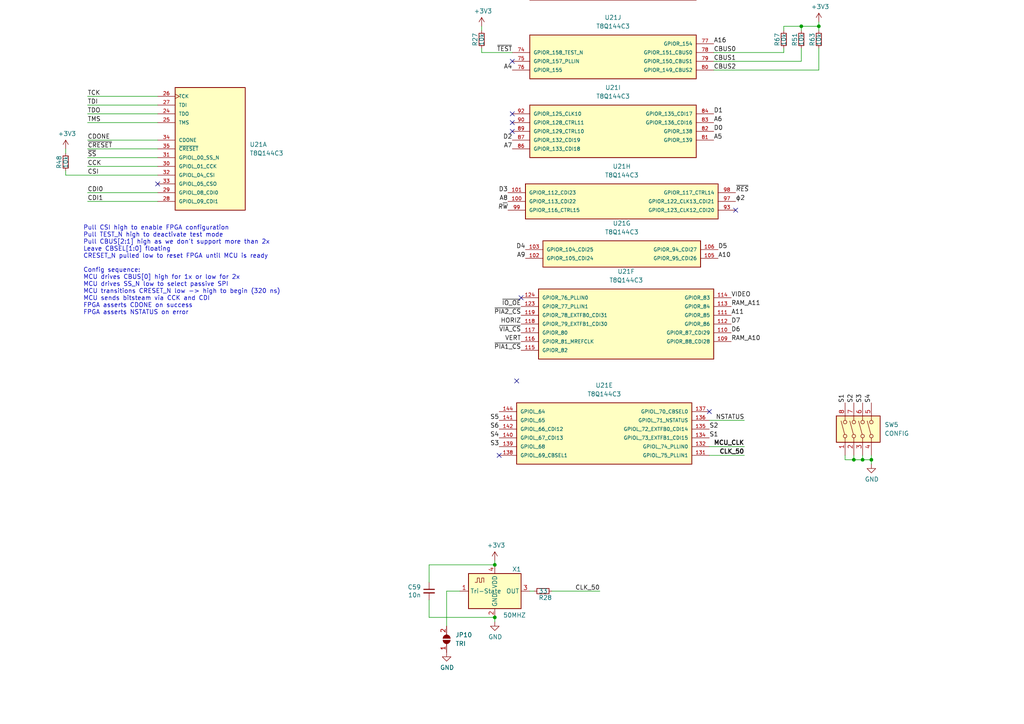
<source format=kicad_sch>
(kicad_sch (version 20211123) (generator eeschema)
  (paper "A4")
  (junction (at 104.14 224.79))
  (junction (at 337.82 49.53))
  (junction (at 116.84 232.41))
  (junction (at 445.77 59.69))
  (junction (at 124.46 266.7))
  (junction (at 38.1 -57.15))
  (junction (at 38.1 -64.77))
  (junction (at 129.54 224.79))
  (junction (at 143.51 179.07))
  (junction (at 439.42 69.85))
  (junction (at 449.58 72.39))
  (junction (at 99.06 266.7))
  (junction (at 137.16 266.7))
  (junction (at 111.76 266.7))
  (junction (at 137.16 259.08))
  (junction (at 448.31 40.64))
  (junction (at 38.1 -52.07))
  (junction (at 99.06 259.08))
  (junction (at 66.04 232.41))
  (junction (at 378.46 111.76))
  (junction (at 78.74 224.79))
  (junction (at 74.93 266.7))
  (junction (at 232.41 7.62))
  (junction (at 450.85 40.64))
  (junction (at 143.51 163.83))
  (junction (at 38.1 -54.61))
  (junction (at 53.34 232.41))
  (junction (at 562.61 102.87))
  (junction (at 104.14 232.41))
  (junction (at 53.34 224.79))
  (junction (at 448.31 57.15))
  (junction (at 443.23 40.64))
  (junction (at 38.1 -72.39))
  (junction (at 36.83 266.7))
  (junction (at 49.53 259.08))
  (junction (at 86.36 266.7))
  (junction (at 38.1 -59.69))
  (junction (at 374.65 30.48))
  (junction (at 124.46 259.08))
  (junction (at 36.83 -82.55))
  (junction (at 416.56 111.76))
  (junction (at 86.36 259.08))
  (junction (at 36.83 -80.01))
  (junction (at 445.77 40.64))
  (junction (at 91.44 224.79))
  (junction (at 78.74 232.41))
  (junction (at 237.49 7.62))
  (junction (at 129.54 232.41))
  (junction (at 111.76 259.08))
  (junction (at 250.19 133.35))
  (junction (at 74.93 259.08))
  (junction (at 62.23 259.08))
  (junction (at 91.44 232.41))
  (junction (at 252.73 133.35))
  (junction (at 247.65 133.35))
  (junction (at 62.23 266.7))
  (junction (at 71.12 -39.37))
  (junction (at 412.75 30.48))
  (junction (at 36.83 259.08))
  (junction (at 68.58 259.08))
  (junction (at 49.53 266.7))
  (junction (at 450.85 54.61))
  (junction (at 443.23 62.23))
  (junction (at 38.1 -46.99))
  (junction (at 116.84 224.79))
  (junction (at 38.1 -67.31))
  (junction (at 68.58 266.7))
  (junction (at 27.94 -72.39))
  (junction (at 26.67 259.08))
  (junction (at 38.1 -69.85))
  (junction (at 66.04 224.79))
  (junction (at 26.67 266.7))
  (no_connect (at 148.59 33.02))
  (no_connect (at 148.59 35.56))
  (no_connect (at 209.55 -69.85))
  (no_connect (at 144.78 132.08))
  (no_connect (at 148.59 -62.23))
  (no_connect (at 148.59 -67.31))
  (no_connect (at 148.59 -69.85))
  (no_connect (at 148.59 -64.77))
  (no_connect (at 148.59 38.1))
  (no_connect (at 213.36 60.96))
  (no_connect (at 469.9 64.77))
  (no_connect (at 469.9 72.39))
  (no_connect (at 469.9 74.93))
  (no_connect (at 469.9 77.47))
  (no_connect (at 149.86 110.49))
  (no_connect (at 148.59 17.78))
  (no_connect (at 153.67 -95.25))
  (no_connect (at 153.67 -97.79))
  (no_connect (at 204.47 -97.79))
  (no_connect (at 151.13 86.36))
  (no_connect (at 457.2 67.31))
  (no_connect (at 457.2 87.63))
  (no_connect (at 457.2 85.09))
  (no_connect (at 205.74 119.38))
  (no_connect (at 539.75 121.92))
  (no_connect (at 45.72 53.34))
  (no_connect (at 469.9 57.15))
  (no_connect (at 469.9 59.69))
  (no_connect (at 469.9 62.23))
  (bus_entry (at 369.57 80.01) (size -2.54 -2.54))
  (bus_entry (at 369.57 82.55) (size -2.54 -2.54))
  (bus_entry (at 369.57 87.63) (size -2.54 -2.54))
  (bus_entry (at 369.57 57.15) (size -2.54 2.54))
  (bus_entry (at 369.57 54.61) (size -2.54 2.54))
  (bus_entry (at 337.82 69.85) (size 2.54 2.54))
  (bus_entry (at 369.57 64.77) (size -2.54 2.54))
  (bus_entry (at 369.57 62.23) (size -2.54 2.54))
  (bus_entry (at 369.57 59.69) (size -2.54 2.54))
  (bus_entry (at 337.82 77.47) (size 2.54 2.54))
  (bus_entry (at 337.82 74.93) (size 2.54 2.54))
  (bus_entry (at 337.82 72.39) (size 2.54 2.54))
  (bus_entry (at 337.82 85.09) (size 2.54 2.54))
  (bus_entry (at 337.82 80.01) (size 2.54 2.54))
  (bus_entry (at 337.82 62.23) (size 2.54 2.54))
  (bus_entry (at 337.82 67.31) (size 2.54 2.54))
  (bus_entry (at 337.82 64.77) (size 2.54 2.54))
  (bus_entry (at 337.82 54.61) (size 2.54 2.54))
  (bus_entry (at 337.82 59.69) (size 2.54 2.54))
  (bus_entry (at 337.82 57.15) (size 2.54 2.54))
  (bus_entry (at 337.82 92.71) (size 2.54 -2.54))
  (bus_entry (at 337.82 87.63) (size 2.54 -2.54))
  (bus_entry (at 369.57 74.93) (size -2.54 -2.54))
  (bus_entry (at 369.57 90.17) (size -2.54 -2.54))
  (bus_entry (at 369.57 85.09) (size -2.54 -2.54))
  (bus_entry (at 369.57 72.39) (size -2.54 -2.54))
  (bus_entry (at 369.57 77.47) (size -2.54 -2.54))
  (wire (pts (xy 562.61 102.87) (xy 562.61 101.6)))
  (wire (pts (xy 340.36 67.31) (xy 349.25 67.31)))
  (wire (pts (xy 361.95 85.09) (xy 367.03 85.09)))
  (wire (pts (xy 414.02 118.11) (xy 416.56 118.11)))
  (wire (pts (xy 124.46 163.83) (xy 143.51 163.83)))
  (bus (pts (xy 337.82 67.31) (xy 337.82 69.85)))
  (bus (pts (xy 337.82 92.71) (xy 337.82 95.25)))
  (wire (pts (xy 78.74 224.79) (xy 91.44 224.79)))
  (wire (pts (xy 207.01 20.32) (xy 237.49 20.32)))
  (wire (pts (xy 38.1 -67.31) (xy 38.1 -64.77)))
  (wire (pts (xy 139.7 15.24) (xy 148.59 15.24)))
  (wire (pts (xy 38.1 -69.85) (xy 38.1 -67.31)))
  (wire (pts (xy 16.51 259.08) (xy 26.67 259.08)))
  (wire (pts (xy 562.61 102.87) (xy 562.61 104.14)))
  (wire (pts (xy 539.75 119.38) (xy 553.72 119.38)))
  (wire (pts (xy 77.47 -39.37) (xy 80.01 -39.37)))
  (bus (pts (xy 337.82 49.53) (xy 337.82 54.61)))
  (wire (pts (xy 421.64 77.47) (xy 457.2 77.47)))
  (wire (pts (xy 160.02 171.45) (xy 173.99 171.45)))
  (wire (pts (xy 374.65 152.4) (xy 374.65 153.67)))
  (bus (pts (xy 369.57 90.17) (xy 369.57 92.71)))
  (wire (pts (xy 378.46 105.41) (xy 381 105.41)))
  (wire (pts (xy 340.36 80.01) (xy 349.25 80.01)))
  (wire (pts (xy 340.36 57.15) (xy 349.25 57.15)))
  (wire (pts (xy 469.9 80.01) (xy 477.52 80.01)))
  (bus (pts (xy 369.57 82.55) (xy 369.57 85.09)))
  (wire (pts (xy 38.1 -52.07) (xy 38.1 -46.99)))
  (wire (pts (xy 39.37 -59.69) (xy 38.1 -59.69)))
  (wire (pts (xy 491.49 124.46) (xy 527.05 124.46)))
  (bus (pts (xy 337.82 74.93) (xy 337.82 77.47)))
  (wire (pts (xy 86.36 266.7) (xy 86.36 265.43)))
  (wire (pts (xy 133.35 171.45) (xy 129.54 171.45)))
  (wire (pts (xy 207.01 17.78) (xy 232.41 17.78)))
  (bus (pts (xy 337.82 49.53) (xy 335.28 49.53)))
  (wire (pts (xy 137.16 266.7) (xy 124.46 266.7)))
  (wire (pts (xy 358.14 139.7) (xy 355.6 139.7)))
  (wire (pts (xy 340.36 72.39) (xy 349.25 72.39)))
  (wire (pts (xy 26.67 266.7) (xy 26.67 265.43)))
  (wire (pts (xy 124.46 260.35) (xy 124.46 259.08)))
  (wire (pts (xy 129.54 232.41) (xy 129.54 231.14)))
  (wire (pts (xy 491.49 121.92) (xy 527.05 121.92)))
  (wire (pts (xy 340.36 62.23) (xy 349.25 62.23)))
  (wire (pts (xy 421.64 69.85) (xy 439.42 69.85)))
  (wire (pts (xy 374.65 36.83) (xy 374.65 30.48)))
  (wire (pts (xy 477.52 90.17) (xy 469.9 90.17)))
  (wire (pts (xy 252.73 133.35) (xy 252.73 134.62)))
  (wire (pts (xy 227.33 8.89) (xy 227.33 7.62)))
  (wire (pts (xy 26.67 266.7) (xy 16.51 266.7)))
  (wire (pts (xy 71.12 -39.37) (xy 72.39 -39.37)))
  (wire (pts (xy 355.6 138.43) (xy 355.6 139.7)))
  (wire (pts (xy 450.85 40.64) (xy 457.2 40.64)))
  (wire (pts (xy 39.37 -67.31) (xy 38.1 -67.31)))
  (wire (pts (xy 91.44 232.41) (xy 91.44 231.14)))
  (wire (pts (xy 245.11 133.35) (xy 247.65 133.35)))
  (wire (pts (xy 116.84 232.41) (xy 129.54 232.41)))
  (wire (pts (xy 25.4 55.88) (xy 45.72 55.88)))
  (wire (pts (xy 425.45 59.69) (xy 445.77 59.69)))
  (wire (pts (xy 459.74 148.59) (xy 462.28 148.59)))
  (wire (pts (xy 374.65 24.13) (xy 377.19 24.13)))
  (wire (pts (xy 372.11 139.7) (xy 374.65 139.7)))
  (wire (pts (xy 49.53 266.7) (xy 36.83 266.7)))
  (wire (pts (xy 455.93 90.17) (xy 455.93 91.44)))
  (wire (pts (xy 36.83 260.35) (xy 36.83 259.08)))
  (wire (pts (xy 491.49 127) (xy 527.05 127)))
  (wire (pts (xy 448.31 52.07) (xy 448.31 57.15)))
  (wire (pts (xy 38.1 -57.15) (xy 38.1 -54.61)))
  (wire (pts (xy 250.19 133.35) (xy 252.73 133.35)))
  (wire (pts (xy 443.23 62.23) (xy 457.2 62.23)))
  (wire (pts (xy 340.36 90.17) (xy 349.25 90.17)))
  (wire (pts (xy 374.65 30.48) (xy 374.65 24.13)))
  (wire (pts (xy 443.23 40.64) (xy 445.77 40.64)))
  (wire (pts (xy 562.61 109.22) (xy 562.61 110.49)))
  (wire (pts (xy 139.7 15.24) (xy 139.7 13.97)))
  (wire (pts (xy 80.01 -39.37) (xy 80.01 -38.1)))
  (wire (pts (xy 412.75 36.83) (xy 410.21 36.83)))
  (wire (pts (xy 86.36 260.35) (xy 86.36 259.08)))
  (wire (pts (xy 36.83 -77.47) (xy 39.37 -77.47)))
  (wire (pts (xy 340.36 74.93) (xy 349.25 74.93)))
  (wire (pts (xy 425.45 57.15) (xy 448.31 57.15)))
  (wire (pts (xy 38.1 -54.61) (xy 38.1 -52.07)))
  (wire (pts (xy 471.17 53.34) (xy 471.17 54.61)))
  (wire (pts (xy 129.54 232.41) (xy 142.24 232.41)))
  (wire (pts (xy 116.84 232.41) (xy 116.84 231.14)))
  (wire (pts (xy 36.83 266.7) (xy 26.67 266.7)))
  (bus (pts (xy 337.82 59.69) (xy 337.82 62.23)))
  (wire (pts (xy 74.93 266.7) (xy 86.36 266.7)))
  (wire (pts (xy 340.36 64.77) (xy 349.25 64.77)))
  (wire (pts (xy 49.53 259.08) (xy 62.23 259.08)))
  (wire (pts (xy 439.42 40.64) (xy 443.23 40.64)))
  (wire (pts (xy 477.52 82.55) (xy 469.9 82.55)))
  (wire (pts (xy 377.19 36.83) (xy 374.65 36.83)))
  (wire (pts (xy 74.93 259.08) (xy 86.36 259.08)))
  (wire (pts (xy 137.16 259.08) (xy 137.16 260.35)))
  (wire (pts (xy 49.53 265.43) (xy 49.53 266.7)))
  (wire (pts (xy 247.65 132.08) (xy 247.65 133.35)))
  (wire (pts (xy 25.4 58.42) (xy 45.72 58.42)))
  (wire (pts (xy 450.85 40.64) (xy 450.85 41.91)))
  (wire (pts (xy 412.75 24.13) (xy 412.75 30.48)))
  (wire (pts (xy 561.34 137.16) (xy 539.75 137.16)))
  (wire (pts (xy 40.64 232.41) (xy 53.34 232.41)))
  (wire (pts (xy 62.23 266.7) (xy 49.53 266.7)))
  (wire (pts (xy 374.65 139.7) (xy 374.65 142.24)))
  (wire (pts (xy 471.17 54.61) (xy 469.9 54.61)))
  (bus (pts (xy 337.82 69.85) (xy 337.82 72.39)))
  (bus (pts (xy 369.57 59.69) (xy 369.57 57.15)))
  (wire (pts (xy 340.36 69.85) (xy 349.25 69.85)))
  (wire (pts (xy 378.46 111.76) (xy 378.46 118.11)))
  (wire (pts (xy 111.76 266.7) (xy 99.06 266.7)))
  (wire (pts (xy 439.42 49.53) (xy 439.42 69.85)))
  (wire (pts (xy 232.41 7.62) (xy 237.49 7.62)))
  (wire (pts (xy 62.23 265.43) (xy 62.23 266.7)))
  (wire (pts (xy 477.52 85.09) (xy 469.9 85.09)))
  (wire (pts (xy 410.21 24.13) (xy 412.75 24.13)))
  (wire (pts (xy 22.86 -72.39) (xy 27.94 -72.39)))
  (wire (pts (xy 25.4 30.48) (xy 45.72 30.48)))
  (wire (pts (xy 129.54 224.79) (xy 142.24 224.79)))
  (wire (pts (xy 491.49 137.16) (xy 527.05 137.16)))
  (wire (pts (xy 91.44 232.41) (xy 91.44 233.68)))
  (wire (pts (xy 245.11 132.08) (xy 245.11 133.35)))
  (wire (pts (xy 139.7 7.62) (xy 139.7 8.89)))
  (wire (pts (xy 361.95 74.93) (xy 367.03 74.93)))
  (wire (pts (xy 129.54 171.45) (xy 129.54 181.61)))
  (wire (pts (xy 124.46 168.91) (xy 124.46 163.83)))
  (wire (pts (xy 124.46 259.08) (xy 137.16 259.08)))
  (wire (pts (xy 443.23 52.07) (xy 443.23 62.23)))
  (wire (pts (xy 74.93 266.7) (xy 68.58 266.7)))
  (wire (pts (xy 111.76 259.08) (xy 124.46 259.08)))
  (wire (pts (xy 124.46 179.07) (xy 124.46 173.99)))
  (wire (pts (xy 25.4 33.02) (xy 45.72 33.02)))
  (wire (pts (xy 561.34 132.08) (xy 539.75 132.08)))
  (wire (pts (xy 137.16 259.08) (xy 149.86 259.08)))
  (wire (pts (xy 91.44 224.79) (xy 91.44 223.52)))
  (wire (pts (xy 13.97 -72.39) (xy 17.78 -72.39)))
  (wire (pts (xy 142.24 232.41) (xy 142.24 231.14)))
  (wire (pts (xy 443.23 41.91) (xy 443.23 40.64)))
  (wire (pts (xy 425.45 62.23) (xy 443.23 62.23)))
  (wire (pts (xy 491.49 119.38) (xy 527.05 119.38)))
  (wire (pts (xy 340.36 85.09) (xy 349.25 85.09)))
  (bus (pts (xy 369.57 74.93) (xy 369.57 77.47)))
  (wire (pts (xy 16.51 266.7) (xy 16.51 265.43)))
  (wire (pts (xy 39.37 -52.07) (xy 38.1 -52.07)))
  (wire (pts (xy 361.95 80.01) (xy 367.03 80.01)))
  (bus (pts (xy 369.57 85.09) (xy 369.57 87.63)))
  (wire (pts (xy 205.74 129.54) (xy 215.9 129.54)))
  (wire (pts (xy 71.12 -39.37) (xy 71.12 -38.1)))
  (wire (pts (xy 38.1 -59.69) (xy 38.1 -57.15)))
  (wire (pts (xy 36.83 -80.01) (xy 39.37 -80.01)))
  (wire (pts (xy 450.85 148.59) (xy 452.12 148.59)))
  (wire (pts (xy 116.84 224.79) (xy 129.54 224.79)))
  (wire (pts (xy 477.52 87.63) (xy 469.9 87.63)))
  (wire (pts (xy 477.52 69.85) (xy 469.9 69.85)))
  (wire (pts (xy 25.4 35.56) (xy 45.72 35.56)))
  (wire (pts (xy 49.53 260.35) (xy 49.53 259.08)))
  (wire (pts (xy 546.1 127) (xy 546.1 139.7)))
  (wire (pts (xy 25.4 40.64) (xy 45.72 40.64)))
  (wire (pts (xy 361.95 87.63) (xy 367.03 87.63)))
  (wire (pts (xy 104.14 232.41) (xy 104.14 231.14)))
  (wire (pts (xy 78.74 232.41) (xy 91.44 232.41)))
  (bus (pts (xy 369.57 54.61) (xy 369.57 49.53)))
  (wire (pts (xy 527.05 129.54) (xy 491.49 129.54)))
  (wire (pts (xy 416.56 111.76) (xy 416.56 118.11)))
  (wire (pts (xy 124.46 265.43) (xy 124.46 266.7)))
  (wire (pts (xy 116.84 226.06) (xy 116.84 224.79)))
  (bus (pts (xy 369.57 87.63) (xy 369.57 90.17)))
  (wire (pts (xy 449.58 88.9) (xy 449.58 90.17)))
  (bus (pts (xy 337.82 64.77) (xy 337.82 67.31)))
  (wire (pts (xy 99.06 259.08) (xy 111.76 259.08)))
  (wire (pts (xy 26.67 259.08) (xy 36.83 259.08)))
  (wire (pts (xy 252.73 133.35) (xy 252.73 132.08)))
  (wire (pts (xy 99.06 260.35) (xy 99.06 259.08)))
  (wire (pts (xy 27.94 -82.55) (xy 36.83 -82.55)))
  (wire (pts (xy 361.95 59.69) (xy 367.03 59.69)))
  (wire (pts (xy 412.75 30.48) (xy 412.75 36.83)))
  (bus (pts (xy 369.57 49.53) (xy 337.82 49.53)))
  (wire (pts (xy 38.1 -46.99) (xy 38.1 -44.45)))
  (wire (pts (xy 36.83 259.08) (xy 49.53 259.08)))
  (wire (pts (xy 39.37 -54.61) (xy 38.1 -54.61)))
  (wire (pts (xy 36.83 -80.01) (xy 36.83 -77.47)))
  (wire (pts (xy 449.58 72.39) (xy 457.2 72.39)))
  (wire (pts (xy 74.93 265.43) (xy 74.93 266.7)))
  (bus (pts (xy 369.57 92.71) (xy 372.11 92.71)))
  (wire (pts (xy 361.95 57.15) (xy 367.03 57.15)))
  (wire (pts (xy 455.93 90.17) (xy 457.2 90.17)))
  (wire (pts (xy 414.02 105.41) (xy 416.56 105.41)))
  (wire (pts (xy 232.41 13.97) (xy 232.41 17.78)))
  (bus (pts (xy 337.82 95.25) (xy 335.28 95.25)))
  (wire (pts (xy 445.77 40.64) (xy 445.77 41.91)))
  (bus (pts (xy 369.57 80.01) (xy 369.57 82.55)))
  (wire (pts (xy 128.27 -43.18) (xy 128.27 -41.91)))
  (wire (pts (xy 237.49 13.97) (xy 237.49 20.32)))
  (wire (pts (xy 66.04 232.41) (xy 66.04 231.14)))
  (wire (pts (xy 25.4 45.72) (xy 45.72 45.72)))
  (wire (pts (xy 416.56 105.41) (xy 416.56 111.76)))
  (wire (pts (xy 553.72 119.38) (xy 553.72 102.87)))
  (wire (pts (xy 449.58 72.39) (xy 449.58 83.82)))
  (wire (pts (xy 448.31 40.64) (xy 448.31 41.91)))
  (wire (pts (xy 137.16 265.43) (xy 137.16 266.7)))
  (bus (pts (xy 337.82 80.01) (xy 337.82 85.09)))
  (wire (pts (xy 153.67 -49.53) (xy 128.27 -49.53)))
  (wire (pts (xy 68.58 259.08) (xy 74.93 259.08)))
  (wire (pts (xy 53.34 232.41) (xy 66.04 232.41)))
  (wire (pts (xy 39.37 -69.85) (xy 38.1 -69.85)))
  (wire (pts (xy 19.05 50.8) (xy 19.05 49.53)))
  (wire (pts (xy 237.49 6.35) (xy 237.49 7.62)))
  (wire (pts (xy 340.36 87.63) (xy 349.25 87.63)))
  (wire (pts (xy 448.31 57.15) (xy 457.2 57.15)))
  (wire (pts (xy 232.41 7.62) (xy 232.41 8.89)))
  (bus (pts (xy 369.57 57.15) (xy 369.57 54.61)))
  (wire (pts (xy 477.52 67.31) (xy 469.9 67.31)))
  (wire (pts (xy 247.65 133.35) (xy 250.19 133.35)))
  (bus (pts (xy 369.57 77.47) (xy 369.57 80.01)))
  (wire (pts (xy 149.86 266.7) (xy 137.16 266.7)))
  (wire (pts (xy 104.14 226.06) (xy 104.14 224.79)))
  (wire (pts (xy 153.67 171.45) (xy 154.94 171.45)))
  (wire (pts (xy 40.64 226.06) (xy 40.64 224.79)))
  (wire (pts (xy 378.46 118.11) (xy 381 118.11)))
  (wire (pts (xy 527.05 134.62) (xy 491.49 134.62)))
  (wire (pts (xy 361.95 77.47) (xy 367.03 77.47)))
  (wire (pts (xy 68.58 257.81) (xy 68.58 259.08)))
  (wire (pts (xy 378.46 111.76) (xy 378.46 105.41)))
  (wire (pts (xy 68.58 266.7) (xy 68.58 267.97)))
  (wire (pts (xy 361.95 64.77) (xy 367.03 64.77)))
  (wire (pts (xy 421.64 74.93) (xy 457.2 74.93)))
  (wire (pts (xy 439.42 44.45) (xy 439.42 40.64)))
  (bus (pts (xy 337.82 77.47) (xy 337.82 80.01)))
  (wire (pts (xy 527.05 132.08) (xy 491.49 132.08)))
  (wire (pts (xy 340.36 77.47) (xy 349.25 77.47)))
  (wire (pts (xy 421.64 82.55) (xy 457.2 82.55)))
  (wire (pts (xy 143.51 162.56) (xy 143.51 163.83)))
  (wire (pts (xy 38.1 -44.45) (xy 39.37 -44.45)))
  (wire (pts (xy 128.27 -49.53) (xy 128.27 -48.26)))
  (wire (pts (xy 25.4 48.26) (xy 45.72 48.26)))
  (bus (pts (xy 337.82 72.39) (xy 337.82 74.93)))
  (wire (pts (xy 450.85 52.07) (xy 450.85 54.61)))
  (wire (pts (xy 66.04 232.41) (xy 78.74 232.41)))
  (wire (pts (xy 149.86 265.43) (xy 149.86 266.7)))
  (wire (pts (xy 91.44 224.79) (xy 104.14 224.79)))
  (wire (pts (xy 421.64 80.01) (xy 457.2 80.01)))
  (bus (pts (xy 369.57 64.77) (xy 369.57 62.23)))
  (wire (pts (xy 205.74 132.08) (xy 215.9 132.08)))
  (wire (pts (xy 111.76 260.35) (xy 111.76 259.08)))
  (wire (pts (xy 91.44 226.06) (xy 91.44 224.79)))
  (wire (pts (xy 91.44 232.41) (xy 104.14 232.41)))
  (wire (pts (xy 448.31 40.64) (xy 450.85 40.64)))
  (wire (pts (xy 39.37 -46.99) (xy 38.1 -46.99)))
  (wire (pts (xy 207.01 15.24) (xy 227.33 15.24)))
  (wire (pts (xy 457.2 39.37) (xy 457.2 40.64)))
  (wire (pts (xy 205.74 121.92) (xy 215.9 121.92)))
  (bus (pts (xy 337.82 62.23) (xy 337.82 64.77)))
  (bus (pts (xy 369.57 72.39) (xy 369.57 74.93)))
  (wire (pts (xy 53.34 226.06) (xy 53.34 224.79)))
  (wire (pts (xy 26.67 260.35) (xy 26.67 259.08)))
  (wire (pts (xy 361.95 72.39) (xy 367.03 72.39)))
  (wire (pts (xy 124.46 179.07) (xy 143.51 179.07)))
  (wire (pts (xy 78.74 226.06) (xy 78.74 224.79)))
  (wire (pts (xy 25.4 43.18) (xy 45.72 43.18)))
  (wire (pts (xy 99.06 266.7) (xy 99.06 265.43)))
  (wire (pts (xy 237.49 7.62) (xy 237.49 8.89)))
  (wire (pts (xy 361.95 82.55) (xy 367.03 82.55)))
  (wire (pts (xy 340.36 82.55) (xy 349.25 82.55)))
  (wire (pts (xy 53.34 232.41) (xy 53.34 231.14)))
  (wire (pts (xy 69.85 -39.37) (xy 71.12 -39.37)))
  (wire (pts (xy 40.64 231.14) (xy 40.64 232.41)))
  (wire (pts (xy 36.83 -82.55) (xy 39.37 -82.55)))
  (wire (pts (xy 124.46 266.7) (xy 111.76 266.7)))
  (wire (pts (xy 227.33 7.62) (xy 232.41 7.62)))
  (wire (pts (xy 68.58 266.7) (xy 62.23 266.7)))
  (wire (pts (xy 39.37 -64.77) (xy 38.1 -64.77)))
  (wire (pts (xy 129.54 226.06) (xy 129.54 224.79)))
  (wire (pts (xy 149.86 259.08) (xy 149.86 260.35)))
  (wire (pts (xy 86.36 259.08) (xy 99.06 259.08)))
  (wire (pts (xy 250.19 132.08) (xy 250.19 133.35)))
  (wire (pts (xy 421.64 72.39) (xy 449.58 72.39)))
  (wire (pts (xy 25.4 27.94) (xy 45.72 27.94)))
  (wire (pts (xy 361.95 69.85) (xy 367.03 69.85)))
  (bus (pts (xy 337.82 87.63) (xy 337.82 92.71)))
  (wire (pts (xy 561.34 129.54) (xy 539.75 129.54)))
  (wire (pts (xy 425.45 54.61) (xy 450.85 54.61)))
  (wire (pts (xy 539.75 127) (xy 546.1 127)))
  (wire (pts (xy 445.77 40.64) (xy 448.31 40.64)))
  (wire (pts (xy 104.14 224.79) (xy 116.84 224.79)))
  (wire (pts (xy 445.77 59.69) (xy 457.2 59.69)))
  (wire (pts (xy 74.93 260.35) (xy 74.93 259.08)))
  (wire (pts (xy 40.64 224.79) (xy 53.34 224.79)))
  (wire (pts (xy 227.33 15.24) (xy 227.33 13.97)))
  (wire (pts (xy 36.83 -82.55) (xy 36.83 -80.01)))
  (wire (pts (xy 66.04 226.06) (xy 66.04 224.79)))
  (wire (pts (xy 19.05 43.18) (xy 19.05 44.45)))
  (wire (pts (xy 353.06 147.32) (xy 360.68 147.32)))
  (wire (pts (xy 439.42 69.85) (xy 457.2 69.85)))
  (wire (pts (xy 367.03 147.32) (xy 365.76 147.32)))
  (wire (pts (xy 361.95 62.23) (xy 367.03 62.23)))
  (bus (pts (xy 369.57 62.23) (xy 369.57 59.69)))
  (wire (pts (xy 421.64 64.77) (xy 457.2 64.77)))
  (bus (pts (xy 337.82 54.61) (xy 337.82 57.15)))
  (wire (pts (xy 53.34 224.79) (xy 66.04 224.79)))
  (wire (pts (xy 38.1 -72.39) (xy 38.1 -69.85)))
  (wire (pts (xy 445.77 148.59) (xy 436.88 148.59)))
  (wire (pts (xy 539.75 124.46) (xy 561.34 124.46)))
  (bus (pts (xy 337.82 57.15) (xy 337.82 59.69)))
  (wire (pts (xy 142.24 226.06) (xy 142.24 224.79)))
  (wire (pts (xy 104.14 232.41) (xy 116.84 232.41)))
  (wire (pts (xy 69.85 -87.63) (xy 71.12 -87.63)))
  (wire (pts (xy 111.76 265.43) (xy 111.76 266.7)))
  (wire (pts (xy 561.34 134.62) (xy 539.75 134.62)))
  (wire (pts (xy 19.05 50.8) (xy 45.72 50.8)))
  (wire (pts (xy 363.22 139.7) (xy 364.49 139.7)))
  (wire (pts (xy 66.04 224.79) (xy 78.74 224.79)))
  (wire (pts (xy 16.51 260.35) (xy 16.51 259.08)))
  (wire (pts (xy 445.77 52.07) (xy 445.77 59.69)))
  (wire (pts (xy 38.1 -72.39) (xy 27.94 -72.39)))
  (wire (pts (xy 38.1 -64.77) (xy 38.1 -59.69)))
  (wire (pts (xy 361.95 67.31) (xy 367.03 67.31)))
  (wire (pts (xy 450.85 54.61) (xy 457.2 54.61)))
  (wire (pts (xy 39.37 -57.15) (xy 38.1 -57.15)))
  (wire (pts (xy 553.72 102.87) (xy 562.61 102.87)))
  (wire (pts (xy 71.12 -87.63) (xy 71.12 -88.9)))
  (wire (pts (xy 143.51 179.07) (xy 143.51 180.34)))
  (wire (pts (xy 78.74 232.41) (xy 78.74 231.14)))
  (wire (pts (xy 340.36 59.69) (xy 349.25 59.69)))
  (wire (pts (xy 86.36 266.7) (xy 99.06 266.7)))
  (wire (pts (xy 62.23 260.35) (xy 62.23 259.08)))
  (wire (pts (xy 39.37 -72.39) (xy 38.1 -72.39)))
  (wire (pts (xy 36.83 265.43) (xy 36.83 266.7)))
  (wire (pts (xy 62.23 259.08) (xy 68.58 259.08)))
  (text "BD0" (at 539.75 134.62 0) (effects (font (size 1.27 1.27)) (justify left bottom)))
  (text "AD1" (at 527.05 121.92 180) (effects (font (size 1.27 1.27)) (justify right bottom)))
  (text "BD2" (at 539.75 129.54 0) (effects (font (size 1.27 1.27)) (justify left bottom)))
  (text "AD3" (at 457.2 74.93 180) (effects (font (size 1.27 1.27)) (justify right bottom)))
  (text "BD1" (at 539.75 137.16 0) (effects (font (size 1.27 1.27)) (justify left bottom)))
  (text "AD0" (at 457.2 82.55 180) (effects (font (size 1.27 1.27)) (justify right bottom)))
  (text "BD0" (at 457.2 62.23 180) (effects (font (size 1.27 1.27)) (justify right bottom)))
  (text "NSTATUS driven low on error" (at 435.61 163.83 0) (effects (font (size 1.27 1.27)) (justify left bottom)))
  (text "~{FPGA_PROG} transitions low during CRESET\n(before ~{SS}) and returns high after ~{SS}\ndeasserts.\n" (at 483.87 55.88 0) (effects (font (size 1.27 1.27)) (justify left bottom)))
  (text "AD7" (at 527.05 137.16 180) (effects (font (size 1.27 1.27)) (justify right bottom)))
  (text "AD3" (at 527.05 127 180) (effects (font (size 1.27 1.27)) (justify right bottom)))
  (text "AD4" (at 527.05 132.08 180) (effects (font (size 1.27 1.27)) (justify right bottom)))
  (text "Pull CSI high to enable FPGA configuration\nPull TEST_N high to deactivate test mode\nPull CBUS[2:1] high as we don't support more than 2x\nLeave CBSEL[1:0] floating\nCRESET_N pulled low to reset FPGA until MCU is ready\n\nConfig sequence:\nMCU drives CBUS[0] high for 1x or low for 2x\nMCU drives SS_N low to select passive SPI\nMCU transitions CRESET_N low -> high to begin (320 ns)\nMCU sends bitsteam via CCK and CDI\nFPGA asserts CDONE on success\nFPGA asserts NSTATUS on error" (at 24.13 91.44 0) (effects (font (size 1.27 1.27)) (justify left bottom)))
  (text "AD4" (at 457.2 72.39 180) (effects (font (size 1.27 1.27)) (justify right bottom)))
  (text "BD3" (at 539.75 132.08 0) (effects (font (size 1.27 1.27)) (justify left bottom)))
  (text "AD5" (at 527.05 129.54 180) (effects (font (size 1.27 1.27)) (justify right bottom)))
  (text "AD6" (at 527.05 134.62 180) (effects (font (size 1.27 1.27)) (justify right bottom)))
  (text "Pull ~{CRESET} low to suspend\nFPGA until MCU drives pin." (at 416.56 91.44 0) (effects (font (size 1.27 1.27)) (justify left bottom)))
  (text "AD2" (at 457.2 77.47 180) (effects (font (size 1.27 1.27)) (justify right bottom)))
  (text "AD0" (at 527.05 124.46 180) (effects (font (size 1.27 1.27)) (justify right bottom)))
  (text "CDONE is an open drain" (at 422.91 36.83 0) (effects (font (size 1.27 1.27)) (justify left bottom)))
  (text "AD5" (at 457.2 69.85 180) (effects (font (size 1.27 1.27)) (justify right bottom)))
  (text "CDONE is an open drain output with 10k pullup.\nDriving LED requires a current amplifier." (at 351.79 167.64 0) (effects (font (size 1.27 1.27)) (justify left bottom)))
  (text "BD1" (at 457.2 59.69 180) (effects (font (size 1.27 1.27)) (justify right bottom)))
  (text "BD2" (at 457.2 57.15 180) (effects (font (size 1.27 1.27)) (justify right bottom)))
  (text "AD1" (at 457.2 80.01 180) (effects (font (size 1.27 1.27)) (justify right bottom)))
  (text "AD7" (at 457.2 64.77 180) (effects (font (size 1.27 1.27)) (justify right bottom)))
  (text "AD2" (at 527.05 119.38 180) (effects (font (size 1.27 1.27)) (justify right bottom)))
  (text "BD3" (at 457.2 54.61 180) (effects (font (size 1.27 1.27)) (justify right bottom)))
  (label "S5" (at 144.78 121.92 180))
  (label "TCK" (at 561.34 134.62 180))
  (label "A11" (at 349.25 87.63 180))
  (label "D5" (at 361.95 82.55 0))
  (label "D2" (at 148.59 40.64 180))
  (label "A2" (at 207.01 -17.78 0))
  (label "BE" (at 148.59 -10.16 180))
  (label "CDI0" (at 491.49 121.92 0))
  (label "AUDIO" (at 204.47 -49.53 0))
  (label "A5" (at 207.01 40.64 0))
  (label "~{SS}" (at 421.64 74.93 0))
  (label "A16" (at 361.95 67.31 0))
  (label "D6" (at 212.09 96.52 0))
  (label "S6" (at 408.94 105.41 90))
  (label "CDONE" (at 353.06 147.32 0))
  (label "CDI1" (at 421.64 77.47 0))
  (label "A10" (at 208.28 74.93 0))
  (label "D5" (at 208.28 72.39 0))
  (label "NSTATUS" (at 215.9 121.92 180))
  (label "~{PIA1_CS}" (at 151.13 101.6 180))
  (label "~{VP}" (at 204.47 -36.83 0))
  (label "A15" (at 148.59 -17.78 180))
  (label "~{PIA2_CS}" (at 151.13 91.44 180))
  (label "TMS" (at 25.4 35.56 0))
  (label "CDI0" (at 421.64 80.01 0))
  (label "A14" (at 207.01 -2.54 0))
  (label "DIAG" (at 204.47 -44.45 0))
  (label "~{RES}" (at 213.36 55.88 0) (effects (font italic)))
  (label "D3" (at 147.32 55.88 180))
  (label "I2C1_SDA" (at 209.55 -67.31 0))
  (label "SYNC" (at 207.01 -10.16 0))
  (label "CBUS2" (at 207.01 20.32 0))
  (label "ϕ2" (at 213.36 58.42 0))
  (label "RAM_A10" (at 212.09 99.06 0))
  (label "~{VIA_CS}" (at 151.13 96.52 180))
  (label "RDY" (at 153.67 -31.75 180))
  (label "A14" (at 361.95 62.23 0))
  (label "CDI0" (at 25.4 55.88 0))
  (label "CBUS1" (at 207.01 17.78 0))
  (label "CDONE" (at 421.64 69.85 0))
  (label "A4" (at 349.25 67.31 180))
  (label "VIDEO" (at 212.09 86.36 0))
  (label "CCK" (at 491.49 124.46 0))
  (label "D0" (at 207.01 38.1 0))
  (label "D4" (at 361.95 80.01 0))
  (label "~{RD_STROBE}" (at 153.67 -36.83 180))
  (label "~{ML}" (at 207.01 -12.7 0))
  (label "S4" (at 406.4 105.41 90))
  (label "A9" (at 349.25 80.01 180))
  (label "A1" (at 207.01 -5.08 0))
  (label "CLK_50" (at 398.78 105.41 90) (effects (font (thickness 0.254) bold)))
  (label "D7" (at 361.95 87.63 0))
  (label "~{CRESET}" (at 25.4 43.18 0))
  (label "MCU_CLK" (at 215.9 129.54 180) (effects (font (thickness 0.254) bold)))
  (label "~{IRQ}" (at 148.59 -12.7 180))
  (label "A7" (at 349.25 74.93 180))
  (label "R~{W}" (at 147.32 60.96 180) (effects (font italic)))
  (label "VIA_CB2" (at 204.47 -41.91 0))
  (label "D7" (at 212.09 93.98 0))
  (label "~{SS}" (at 25.4 45.72 0))
  (label "TDI" (at 425.45 54.61 0))
  (label "A4" (at 148.59 20.32 180))
  (label "S4" (at 252.73 116.84 90))
  (label "TDO" (at 425.45 62.23 0))
  (label "S6" (at 144.78 124.46 180))
  (label "CDI1" (at 25.4 58.42 0))
  (label "D4" (at 152.4 72.39 180))
  (label "A3" (at 148.59 -15.24 180))
  (label "S3" (at 144.78 129.54 180))
  (label "~{SPI_ENA}" (at 491.49 137.16 0))
  (label "CDI1" (at 491.49 119.38 0))
  (label "RAM_A10" (at 349.25 85.09 180))
  (label "TDO" (at 561.34 129.54 180))
  (label "I2C1_SCL" (at 209.55 -64.77 0))
  (label "CDONE" (at 491.49 129.54 0))
  (label "SPI1_SCK" (at 149.86 -83.82 180))
  (label "TDI" (at 25.4 30.48 0))
  (label "A6" (at 349.25 72.39 180))
  (label "X2" (at 204.47 -46.99 0))
  (label "A11" (at 212.09 91.44 0))
  (label "NSTATUS" (at 436.88 148.59 0))
  (label "CLK_50" (at 173.99 171.45 180))
  (label "SPI1_TX" (at 208.28 -81.28 0))
  (label "~{NMI}" (at 148.59 -7.62 180))
  (label "X2" (at 402.59 36.83 270))
  (label "A3" (at 349.25 64.77 180))
  (label "TCK" (at 425.45 57.15 0))
  (label "X3" (at 405.13 36.83 270))
  (label "TMS" (at 425.45 59.69 0))
  (label "S1" (at 205.74 127 0))
  (label "S2" (at 401.32 118.11 270))
  (label "SPI1_RX" (at 208.28 -83.82 0))
  (label "REF_RES" (at 153.67 -49.53 180))
  (label "CDONE" (at 25.4 40.64 0))
  (label "CCK" (at 421.64 82.55 0))
  (label "~{RAM_CE}" (at 204.47 -39.37 0))
  (label "HOLD" (at 491.49 134.62 0))
  (label "A0" (at 349.25 57.15 180))
  (label "TDI" (at 561.34 137.16 180))
  (label "A8" (at 147.32 58.42 180))
  (label "RAM_A11" (at 349.25 90.17 180))
  (label "A2" (at 349.25 62.23 180))
  (label "A5" (at 349.25 69.85 180))
  (label "D3" (at 361.95 77.47 0))
  (label "GRAPHICS" (at 153.67 -39.37 180))
  (label "CBUS0" (at 207.01 15.24 0))
  (label "~{SS}" (at 491.49 127 0))
  (label "A16" (at 207.01 12.7 0))
  (label "CSI" (at 25.4 50.8 0))
  (label "VERT" (at 151.13 99.06 180))
  (label "A12" (at 361.95 57.15 0))
  (label "D0" (at 361.95 69.85 0))
  (label "S5" (at 406.4 118.11 270))
  (label "~{WR_STROBE}" (at 153.67 -34.29 180))
  (label "NSTATUS" (at 561.34 124.46 180))
  (label "D2" (at 361.95 74.93 0))
  (label "A15" (at 361.95 64.77 0))
  (label "A13" (at 361.95 59.69 0))
  (label "CLK_50" (at 215.9 132.08 180) (effects (font (thickness 0.254) bold)))
  (label "NSTATUS" (at 403.86 105.41 90))
  (label "HORIZ" (at 151.13 93.98 180))
  (label "A8" (at 349.25 77.47 180))
  (label "A13" (at 148.59 -2.54 180))
  (label "CCK" (at 25.4 48.26 0))
  (label "X1" (at 400.05 36.83 270))
  (label "A1" (at 349.25 59.69 180))
  (label "D6" (at 361.95 85.09 0))
  (label "D1" (at 207.01 33.02 0))
  (label "A10" (at 349.25 82.55 180))
  (label "TCK" (at 25.4 27.94 0))
  (label "D1" (at 361.95 72.39 0))
  (label "~{IO_OE}" (at 151.13 88.9 180))
  (label "A6" (at 207.01 35.56 0))
  (label "X1" (at 153.67 -41.91 180))
  (label "A9" (at 152.4 74.93 180))
  (label "~{SO}" (at 207.01 -15.24 0))
  (label "RAM_A11" (at 212.09 88.9 0))
  (label "~{TEST}" (at 148.59 15.24 180))
  (label "S4" (at 144.78 127 180))
  (label "TMS" (at 561.34 132.08 180))
  (label "A7" (at 148.59 43.18 180))
  (label "S3" (at 403.86 118.11 270))
  (label "S2" (at 205.74 124.46 0))
  (label "SPI1_~{CS}" (at 149.86 -81.28 180))
  (label "S1" (at 401.32 105.41 90))
  (label "A12" (at 207.01 -7.62 0))
  (label "S1" (at 245.11 116.84 90))
  (label "S2" (at 247.65 116.84 90))
  (label "S3" (at 250.19 116.84 90))
  (label "X3" (at 153.67 -44.45 180))
  (label "A0" (at 148.59 -5.08 180))
  (label "TDO" (at 25.4 33.02 0))
  (hierarchical_label "SPI0_TX" (shape input) (at 421.64 80.01 180))
  (hierarchical_label "~{ML}" (shape input) (at 382.27 24.13 90))
  (hierarchical_label "SPI0_RX" (shape output) (at 491.49 119.38 180))
  (hierarchical_label "A[0..16]" (shape bidirectional) (at 335.28 49.53 180))
  (hierarchical_label "~{CRESET}" (shape input) (at 421.64 72.39 180))
  (hierarchical_label "RAM_A[10..11]" (shape output) (at 335.28 95.25 180))
  (hierarchical_label "SPI0_SCK" (shape input) (at 421.64 82.55 180))
  (hierarchical_label "~{IO_OE}" (shape output) (at 391.16 105.41 90))
  (hierarchical_label "D[0..7]" (shape bidirectional) (at 372.11 92.71 0))
  (hierarchical_label "SPI0_~{CS}" (shape input) (at 491.49 127 180))
  (hierarchical_label "I2C1_SDA" (shape bidirectional) (at 477.52 67.31 0))
  (hierarchical_label "~{FPGA_PROG}" (shape output) (at 421.64 64.77 180))
  (hierarchical_label "VERT" (shape output) (at 386.08 105.41 90))
  (hierarchical_label "~{VP}" (shape input) (at 389.89 36.83 270))
  (hierarchical_label "SPI1_~{READY}" (shape output) (at 477.52 80.01 0))
  (hierarchical_label "~{IRQ}" (shape bidirectional) (at 384.81 36.83 270))
  (hierarchical_label "SPI0_TX" (shape input) (at 491.49 121.92 180))
  (hierarchical_label "~{RD_STROBE}" (shape output) (at 392.43 24.13 90))
  (hierarchical_label "SPI1_SCK" (shape input) (at 477.52 82.55 0))
  (hierarchical_label "~{NMI}" (shape bidirectional) (at 379.73 24.13 90))
  (hierarchical_label "DIAG" (shape input) (at 397.51 36.83 270))
  (hierarchical_label "VIA_CB2" (shape input) (at 394.97 36.83 270))
  (hierarchical_label "~{PIA1_CS}" (shape output) (at 386.08 118.11 270))
  (hierarchical_label "SPI0_RX" (shape output) (at 421.64 77.47 180))
  (hierarchical_label "GRAPHICS" (shape input) (at 394.97 24.13 90))
  (hierarchical_label "SPI1_TX" (shape input) (at 477.52 90.17 0))
  (hierarchical_label "SPI1_RX" (shape output) (at 477.52 87.63 0))
  (hierarchical_label "~{PIA2_CS}" (shape output) (at 391.16 118.11 270))
  (hierarchical_label "~{FPGA_PROG}" (shape output) (at 491.49 137.16 180))
  (hierarchical_label "~{RES}" (shape output) (at 387.35 36.83 270))
  (hierarchical_label "~{CRESET}" (shape input) (at 491.49 132.08 180))
  (hierarchical_label "SPI1_~{CS}" (shape input) (at 477.52 85.09 0))
  (hierarchical_label "ϕ2" (shape output) (at 383.54 118.11 270))
  (hierarchical_label "AUDIO" (shape output) (at 407.67 36.83 270))
  (hierarchical_label "SPI0_~{CS}" (shape input) (at 421.64 74.93 180))
  (hierarchical_label "~{SO}" (shape output) (at 384.81 24.13 90))
  (hierarchical_label "RDY" (shape bidirectional) (at 387.35 24.13 90))
  (hierarchical_label "SPI0_SCK" (shape input) (at 491.49 124.46 180))
  (hierarchical_label "I2C1_SCL" (shape input) (at 477.52 69.85 0))
  (hierarchical_label "~{RAM_CE}" (shape output) (at 392.43 36.83 270))
  (hierarchical_label "~{VIA_CS}" (shape output) (at 388.62 118.11 270))
  (hierarchical_label "~{WR_STROBE}" (shape output) (at 389.89 24.13 90))
  (hierarchical_label "VIDEO" (shape output) (at 383.54 105.41 90))
  (hierarchical_label "SYNC" (shape input) (at 379.73 36.83 270))
  (hierarchical_label "MCU_CLK" (shape input) (at 398.78 118.11 270) (effects (font (thickness 0.254) bold)))
  (hierarchical_label "R~{W}" (shape input) (at 361.95 90.17 0))
  (hierarchical_label "HORIZ" (shape output) (at 388.62 105.41 90))
  (hierarchical_label "BE" (shape output) (at 382.27 36.83 270))
  (symbol (lib_id "Connector_Generic:Conn_02x14_Odd_Even") (at 396.24 113.03 90) (unit 1)
    (property "Reference" "J21" (at 375.92 100.33 90) (effects (justify right)))
    (property "Value" "FPGA-P4" (at 370.84 102.87 90) (effects (justify right)))
    (property "Footprint" "Connector_PinHeader_2.54mm:PinHeader_2x14_P2.54mm_Vertical" (effects hide))
    (property "DIGI-KEY" "SAM1204-14-ND" (effects hide))
    (property "MOUSER" "517-929975-01-14" (effects hide))
    (property "MPN" "929975-01-14" (effects hide))
  )
  (symbol (lib_id "Connector_Generic:Conn_02x14_Odd_Even") (at 394.97 29.21 270) (unit 1)
    (property "Reference" "J23" (at 411.48 19.2786 90) (effects (justify left)))
    (property "Value" "FPGA_P2" (at 411.48 21.59 90) (effects (justify left)))
    (property "Footprint" "Connector_PinHeader_2.54mm:PinHeader_2x14_P2.54mm_Vertical" (effects hide))
    (property "DIGI-KEY" "SAM1204-14-ND" (effects hide))
    (property "MOUSER" "517-929975-01-14" (effects hide))
    (property "MPN" "929975-01-14" (effects hide))
  )
  (symbol (lib_id "Connector_Generic:Conn_02x14_Odd_Even") (at 354.33 72.39 0) (unit 1)
    (property "Reference" "J24" (at 355.6 51.6382 0))
    (property "Value" "FPGA_P3" (at 355.6 53.9496 0))
    (property "Footprint" "Connector_PinHeader_2.54mm:PinHeader_2x14_P2.54mm_Vertical" (effects hide))
    (property "DIGI-KEY" "SAM1204-14-ND" (effects hide))
    (property "MOUSER" "517-929975-01-14" (effects hide))
    (property "MPN" "929975-01-14" (effects hide))
  )
  (symbol (lib_id "power:GND") (at 378.46 111.76 270) (unit 1)
    (property "Reference" "#PWR0154" (effects hide))
    (property "Value" "GND" (at 374.0658 111.887 0))
  )
  (symbol (lib_id "power:GND") (at 374.65 30.48 270) (unit 1)
    (property "Reference" "#PWR0162" (effects hide))
    (property "Value" "GND" (at 370.2558 30.607 0))
  )
  (symbol (lib_id "Device:C_Small") (at 99.06 262.89 0) (unit 1)
    (property "Reference" "C76" (at 101.3968 261.7216 0) (effects (justify left)))
    (property "Value" "100n" (at 101.3968 264.033 0) (effects (justify left)))
    (property "Footprint" "Capacitor_SMD:C_0402_1005Metric" (effects hide))
    (property "LCSC" "C1525" (effects hide))
  )
  (symbol (lib_id "Device:R_Small") (at 237.49 11.43 0) (mirror x) (unit 1)
    (property "Reference" "R63" (at 235.585 9.525 90) (effects (justify left)))
    (property "Value" "10k" (at 237.49 9.652 90) (effects (justify left)))
    (property "Footprint" "Resistor_SMD:R_0402_1005Metric" (effects hide))
    (property "Datasheet" "https://datasheet.lcsc.com/lcsc/1811011231_UNI-ROYAL-Uniroyal-Elec-0402WGF100JTCE_C25077.pdf" (effects hide))
    (property "LCSC" "C25077" (effects hide))
  )
  (symbol (lib_id "Device:C_Small") (at 36.83 262.89 0) (unit 1)
    (property "Reference" "C71" (at 39.1668 261.7216 0) (effects (justify left)))
    (property "Value" "100n" (at 39.1668 264.033 0) (effects (justify left)))
    (property "Footprint" "Capacitor_SMD:C_0402_1005Metric" (effects hide))
    (property "LCSC" "C1525" (effects hide))
  )
  (symbol (lib_id "Transistor_BJT:MMBT3904") (at 372.11 147.32 0) (unit 1)
    (property "Reference" "Q4" (at 376.9614 146.1516 0) (effects (justify left)))
    (property "Value" "MMBT3904" (at 376.9614 148.463 0) (effects (justify left)))
    (property "Footprint" "Package_TO_SOT_SMD:SOT-23" (effects hide))
    (property "Datasheet" "https://datasheet.lcsc.com/lcsc/1811011934_Changjiang-Electronics-Tech--CJ-MMBT3904_C20526.pdf" (effects hide))
    (property "LCSC" "C20526" (effects hide))
  )
  (symbol (lib_id "SnapEDA:T8Q144C3") (at 181.61 93.98 0) (unit 6)
    (property "Reference" "U21" (at 181.61 78.74 0))
    (property "Value" "T8Q144C3" (at 181.61 81.28 0))
    (property "Footprint" "SnapEDA:QFP50P2200X2200X160-144N" (effects hide))
    (property "MANUFACTURER" "Efinix" (effects hide))
    (property "PARTREV" "V3.6" (effects hide))
    (property "STANDARD" "IPC-7351B" (effects hide))
    (property "MAXIMUM_PACKAGE_HEIGHT" "1.6mm" (effects hide))
  )
  (symbol (lib_id "power:GND") (at 129.54 189.23 0) (unit 1)
    (property "Reference" "#PWR0147" (effects hide))
    (property "Value" "GND" (at 129.667 193.6242 0))
  )
  (symbol (lib_id "Device:C_Small") (at 16.51 262.89 0) (unit 1)
    (property "Reference" "C69" (at 18.8468 261.7216 0) (effects (justify left)))
    (property "Value" "1u" (at 18.8468 264.033 0) (effects (justify left)))
    (property "Footprint" "Capacitor_SMD:C_0402_1005Metric" (effects hide))
    (property "LCSC" "C52923" (effects hide))
  )
  (symbol (lib_id "power:GND") (at 68.58 267.97 0) (unit 1)
    (property "Reference" "#PWR0163" (effects hide))
    (property "Value" "GND" (at 68.707 272.3642 0))
  )
  (symbol (lib_id "Device:R_Small") (at 360.68 139.7 270) (unit 1)
    (property "Reference" "R29" (at 360.68 137.795 90))
    (property "Value" "1k" (at 360.68 139.7 90))
    (property "Footprint" "Resistor_SMD:R_0402_1005Metric" (effects hide))
    (property "LCSC" "C11702" (effects hide))
  )
  (symbol (lib_id "SnapEDA:T8Q144C3") (at 179.07 -41.91 0) (unit 12)
    (property "Reference" "U21" (at 179.07 -57.15 0))
    (property "Value" "T8Q144C3" (at 179.07 -54.61 0))
    (property "Footprint" "SnapEDA:QFP50P2200X2200X160-144N" (effects hide))
    (property "MANUFACTURER" "Efinix" (effects hide))
    (property "PARTREV" "V3.6" (effects hide))
    (property "STANDARD" "IPC-7351B" (effects hide))
    (property "MAXIMUM_PACKAGE_HEIGHT" "1.6mm" (effects hide))
  )
  (symbol (lib_id "Device:C_Small") (at 86.36 262.89 0) (unit 1)
    (property "Reference" "C75" (at 88.6968 261.7216 0) (effects (justify left)))
    (property "Value" "100n" (at 88.6968 264.033 0) (effects (justify left)))
    (property "Footprint" "Capacitor_SMD:C_0402_1005Metric" (effects hide))
    (property "LCSC" "C1525" (effects hide))
  )
  (symbol (lib_id "power:+3V3") (at 562.61 101.6 0) (unit 1)
    (property "Reference" "#PWR0218" (effects hide))
    (property "Value" "+3V3" (at 562.991 97.2058 0))
  )
  (symbol (lib_id "Device:C_Small") (at 129.54 228.6 0) (unit 1)
    (property "Reference" "C67" (at 131.8768 227.4316 0) (effects (justify left)))
    (property "Value" "10n" (at 131.8768 229.743 0) (effects (justify left)))
    (property "Footprint" "Capacitor_SMD:C_0402_1005Metric" (effects hide))
    (property "LCSC" "C15195" (effects hide))
  )
  (symbol (lib_id "power:+3V3") (at 355.6 138.43 0) (unit 1)
    (property "Reference" "#PWR0151" (effects hide))
    (property "Value" "+3V3" (at 355.981 134.0358 0))
  )
  (symbol (lib_id "Device:R_Small") (at 19.05 46.99 0) (mirror x) (unit 1)
    (property "Reference" "R48" (at 17.145 45.085 90) (effects (justify left)))
    (property "Value" "10k" (at 19.05 45.212 90) (effects (justify left)))
    (property "Footprint" "Resistor_SMD:R_0402_1005Metric" (effects hide))
    (property "Datasheet" "https://datasheet.lcsc.com/lcsc/1811011231_UNI-ROYAL-Uniroyal-Elec-0402WGF100JTCE_C25077.pdf" (effects hide))
    (property "LCSC" "C25077" (effects hide))
  )
  (symbol (lib_id "power:GND") (at 252.73 134.62 0) (unit 1)
    (property "Reference" "#PWR0173" (effects hide))
    (property "Value" "GND" (at 252.857 139.0142 0))
  )
  (symbol (lib_id "power:GND") (at 91.44 233.68 0) (unit 1)
    (property "Reference" "#PWR0164" (effects hide))
    (property "Value" "GND" (at 91.567 238.0742 0))
  )
  (symbol (lib_id "Device:C_Small") (at 91.44 228.6 0) (unit 1)
    (property "Reference" "C64" (at 93.7768 227.4316 0) (effects (justify left)))
    (property "Value" "100n" (at 93.7768 229.743 0) (effects (justify left)))
    (property "Footprint" "Capacitor_SMD:C_0402_1005Metric" (effects hide))
    (property "LCSC" "C1525" (effects hide))
  )
  (symbol (lib_id "PET:FPGA_VCCA") (at 27.94 -82.55 0) (unit 1)
    (property "Reference" "#PWR0180" (effects hide))
    (property "Value" "FPGA_VCCA" (at 27.94 -86.36 0))
  )
  (symbol (lib_id "SnapEDA:T8Q144C3") (at 180.34 72.39 0) (unit 7)
    (property "Reference" "U21" (at 180.34 64.77 0))
    (property "Value" "T8Q144C3" (at 180.34 67.31 0))
    (property "Footprint" "SnapEDA:QFP50P2200X2200X160-144N" (effects hide))
    (property "MANUFACTURER" "Efinix" (effects hide))
    (property "PARTREV" "V3.6" (effects hide))
    (property "STANDARD" "IPC-7351B" (effects hide))
    (property "MAXIMUM_PACKAGE_HEIGHT" "1.6mm" (effects hide))
  )
  (symbol (lib_id "Oscillator:ASCO") (at 143.51 171.45 0) (unit 1)
    (property "Reference" "X1" (at 149.86 165.1 0))
    (property "Value" "50MHZ" (at 149.225 178.435 0))
    (property "Footprint" "Crystal:Crystal_SMD_3225-4Pin_3.2x2.5mm" (effects hide))
    (property "Datasheet" "https://datasheet.lcsc.com/lcsc/2103291239_Yangxing-Tech-OT322550MJBA4SL_C717684.pdf" (effects hide))
    (property "LCSC" "C717684" (effects hide))
  )
  (symbol (lib_id "SnapEDA:T8Q144C3") (at 180.34 -83.82 0) (unit 3)
    (property "Reference" "U21" (at 179.07 -90.17 0))
    (property "Value" "T8Q144C3" (at 179.07 -87.63 0))
    (property "Footprint" "SnapEDA:QFP50P2200X2200X160-144N" (effects hide))
    (property "MANUFACTURER" "Efinix" (effects hide))
    (property "PARTREV" "V3.6" (effects hide))
    (property "STANDARD" "IPC-7351B" (effects hide))
    (property "MAXIMUM_PACKAGE_HEIGHT" "1.6mm" (effects hide))
  )
  (symbol (lib_id "Device:C_Small") (at 40.64 228.6 0) (unit 1)
    (property "Reference" "C60" (at 42.9768 227.4316 0) (effects (justify left)))
    (property "Value" "1u" (at 42.9768 229.743 0) (effects (justify left)))
    (property "Footprint" "Capacitor_SMD:C_0402_1005Metric" (effects hide))
    (property "LCSC" "C52923" (effects hide))
  )
  (symbol (lib_id "Device:R_Small") (at 139.7 11.43 0) (mirror x) (unit 1)
    (property "Reference" "R27" (at 137.795 9.525 90) (effects (justify left)))
    (property "Value" "10k" (at 139.7 9.652 90) (effects (justify left)))
    (property "Footprint" "Resistor_SMD:R_0402_1005Metric" (effects hide))
    (property "Datasheet" "https://datasheet.lcsc.com/lcsc/1811011231_UNI-ROYAL-Uniroyal-Elec-0402WGF100JTCE_C25077.pdf" (effects hide))
    (property "LCSC" "C25077" (effects hide))
  )
  (symbol (lib_id "SnapEDA:T8Q144C3") (at 175.26 124.46 0) (unit 5)
    (property "Reference" "U21" (at 175.26 111.76 0))
    (property "Value" "T8Q144C3" (at 175.26 114.3 0))
    (property "Footprint" "SnapEDA:QFP50P2200X2200X160-144N" (effects hide))
    (property "MANUFACTURER" "Efinix" (effects hide))
    (property "PARTREV" "V3.6" (effects hide))
    (property "STANDARD" "IPC-7351B" (effects hide))
    (property "MAXIMUM_PACKAGE_HEIGHT" "1.6mm" (effects hide))
  )
  (symbol (lib_id "power:GND") (at 455.93 91.44 0) (unit 1)
    (property "Reference" "#PWR0138" (effects hide))
    (property "Value" "GND" (at 456.057 95.8342 0))
  )
  (symbol (lib_id "Device:LED") (at 455.93 148.59 180) (unit 1)
    (property "Reference" "D9" (at 456.1078 142.113 0))
    (property "Value" "RED_STATUS" (at 456.1078 144.4244 0))
    (property "Footprint" "LED_SMD:LED_0603_1608Metric" (effects hide))
    (property "Datasheet" "https://datasheet.lcsc.com/lcsc/1810231112_Hubei-KENTO-Elec-KT-0603R_C2286.pdf" (effects hide))
    (property "LCSC" "C2286" (effects hide))
  )
  (symbol (lib_id "Connector_Generic:Conn_02x08_Odd_Even") (at 534.67 127 0) (mirror y) (unit 1)
    (property "Reference" "J19" (at 533.4 113.03 0))
    (property "Value" "PROG" (at 533.4 115.57 0))
    (property "Footprint" "Connector_IDC:IDC-Header_2x08_P2.54mm_Vertical" (effects hide))
    (property "MOUSER" "710-61201621621" (effects hide))
  )
  (symbol (lib_id "Device:C_Small") (at 104.14 228.6 0) (unit 1)
    (property "Reference" "C65" (at 106.4768 227.4316 0) (effects (justify left)))
    (property "Value" "10n" (at 106.4768 229.743 0) (effects (justify left)))
    (property "Footprint" "Capacitor_SMD:C_0402_1005Metric" (effects hide))
    (property "LCSC" "C15195" (effects hide))
  )
  (symbol (lib_id "Jumper:SolderJumper_2_Open") (at 129.54 185.42 90) (unit 1)
    (property "Reference" "JP10" (at 132.08 184.1499 90) (effects (justify right)))
    (property "Value" "TRI" (at 132.08 186.6899 90) (effects (justify right)))
    (property "Footprint" "Jumper:SolderJumper-2_P1.3mm_Open_RoundedPad1.0x1.5mm" (effects hide))
  )
  (symbol (lib_id "power:+3V3") (at 237.49 6.35 0) (unit 1)
    (property "Reference" "#PWR0170" (effects hide))
    (property "Value" "+3V3" (at 237.871 1.9558 0))
  )
  (symbol (lib_id "Device:R_Small") (at 448.31 148.59 270) (unit 1)
    (property "Reference" "R31" (at 448.31 146.685 90))
    (property "Value" "1k" (at 448.31 148.59 90))
    (property "Footprint" "Resistor_SMD:R_0402_1005Metric" (effects hide))
    (property "LCSC" "C11702" (effects hide))
  )
  (symbol (lib_id "power:GND") (at 143.51 180.34 0) (unit 1)
    (property "Reference" "#PWR0146" (effects hide))
    (property "Value" "GND" (at 143.637 184.7342 0))
  )
  (symbol (lib_id "Device:C_Small") (at 62.23 262.89 0) (unit 1)
    (property "Reference" "C73" (at 64.5668 261.7216 0) (effects (justify left)))
    (property "Value" "100n" (at 64.5668 264.033 0) (effects (justify left)))
    (property "Footprint" "Capacitor_SMD:C_0402_1005Metric" (effects hide))
    (property "LCSC" "C1525" (effects hide))
  )
  (symbol (lib_id "SnapEDA:T8Q144C3") (at 179.07 -67.31 0) (unit 2)
    (property "Reference" "U21" (at 179.07 -76.2 0))
    (property "Value" "T8Q144C3" (at 179.07 -73.66 0))
    (property "Footprint" "SnapEDA:QFP50P2200X2200X160-144N" (effects hide))
    (property "MANUFACTURER" "Efinix" (effects hide))
    (property "PARTREV" "V3.6" (effects hide))
    (property "STANDARD" "IPC-7351B" (effects hide))
    (property "MAXIMUM_PACKAGE_HEIGHT" "1.6mm" (effects hide))
  )
  (symbol (lib_id "Device:NetTie_2") (at 74.93 -39.37 0) (mirror y) (unit 1)
    (property "Reference" "NT8" (effects hide))
    (property "Value" "+3V3" (effects hide))
    (property "Footprint" "PET:NetTie-2_SMD_Pad_0.4_to_0.2mm" (effects hide))
  )
  (symbol (lib_id "power:GND") (at 462.28 148.59 0) (unit 1)
    (property "Reference" "#PWR0149" (effects hide))
    (property "Value" "GND" (at 462.407 152.9842 0))
  )
  (symbol (lib_id "Device:LED") (at 368.3 139.7 180) (unit 1)
    (property "Reference" "D8" (at 367.03 133.985 0) (effects (justify right)))
    (property "Value" "GRN_DONE" (at 363.728 136.144 0) (effects (justify right)))
    (property "Footprint" "LED_SMD:LED_0603_1608Metric" (effects hide))
    (property "Datasheet" "https://datasheet.lcsc.com/lcsc/1811101510_Everlight-Elec-19-217-GHC-YR1S2-3T_C72043.pdf" (effects hide))
    (property "LCSC" "C72043" (effects hide))
  )
  (symbol (lib_id "PET:FPGA_VCC") (at 71.12 -88.9 0) (unit 1)
    (property "Reference" "#PWR0182" (effects hide))
    (property "Value" "FPGA_VCC" (at 71.12 -92.71 0))
  )
  (symbol (lib_id "Device:R_Pack04") (at 448.31 46.99 0) (unit 1)
    (property "Reference" "RN14" (at 452.755 45.72 0) (effects (justify left)))
    (property "Value" "10k" (at 452.755 48.26 0) (effects (justify left)))
    (property "Footprint" "Resistor_SMD:R_Array_Convex_4x0603" (effects hide))
    (property "Datasheet" "https://datasheet.lcsc.com/lcsc/1810191515_UNI-ROYAL-Uniroyal-Elec-4D03WGJ0103T5E_C29718.pdf" (effects hide))
    (property "LCSC" "C29718" (effects hide))
  )
  (symbol (lib_id "SnapEDA:T8Q144C3") (at 179.07 38.1 0) (unit 9)
    (property "Reference" "U21" (at 177.8 25.4 0))
    (property "Value" "T8Q144C3" (at 177.8 27.94 0))
    (property "Footprint" "SnapEDA:QFP50P2200X2200X160-144N" (effects hide))
    (property "MANUFACTURER" "Efinix" (effects hide))
    (property "PARTREV" "V3.6" (effects hide))
    (property "STANDARD" "IPC-7351B" (effects hide))
    (property "MAXIMUM_PACKAGE_HEIGHT" "1.6mm" (effects hide))
  )
  (symbol (lib_id "Device:C_Small") (at 149.86 262.89 0) (unit 1)
    (property "Reference" "C80" (at 152.1968 261.7216 0) (effects (justify left)))
    (property "Value" "10n" (at 152.1968 264.033 0) (effects (justify left)))
    (property "Footprint" "Capacitor_SMD:C_0402_1005Metric" (effects hide))
    (property "LCSC" "C15195" (effects hide))
  )
  (symbol (lib_id "power:+3V3") (at 139.7 7.62 0) (unit 1)
    (property "Reference" "#PWR099" (effects hide))
    (property "Value" "+3V3" (at 140.081 3.2258 0))
  )
  (symbol (lib_id "power:GND") (at 416.56 111.76 90) (mirror x) (unit 1)
    (property "Reference" "#PWR0137" (effects hide))
    (property "Value" "GND" (at 420.9542 111.887 0))
  )
  (symbol (lib_id "power:+3V3") (at 19.05 43.18 0) (unit 1)
    (property "Reference" "#PWR031" (effects hide))
    (property "Value" "+3V3" (at 19.431 38.7858 0))
  )
  (symbol (lib_id "PET:PD_GND") (at 546.1 139.7 0) (unit 1)
    (property "Reference" "#PWR0216" (effects hide))
    (property "Value" "PD_GND" (at 546.1 144.78 0))
  )
  (symbol (lib_id "Device:R_Small") (at 227.33 11.43 0) (mirror x) (unit 1)
    (property "Reference" "R67" (at 225.425 9.525 90) (effects (justify left)))
    (property "Value" "10k" (at 227.33 9.652 90) (effects (justify left)))
    (property "Footprint" "Resistor_SMD:R_0402_1005Metric" (effects hide))
    (property "Datasheet" "https://datasheet.lcsc.com/lcsc/1811011231_UNI-ROYAL-Uniroyal-Elec-0402WGF100JTCE_C25077.pdf" (effects hide))
    (property "LCSC" "C25077" (effects hide))
  )
  (symbol (lib_id "Device:R_Small") (at 232.41 11.43 0) (mirror x) (unit 1)
    (property "Reference" "R51" (at 230.505 9.525 90) (effects (justify left)))
    (property "Value" "10k" (at 232.41 9.652 90) (effects (justify left)))
    (property "Footprint" "Resistor_SMD:R_0402_1005Metric" (effects hide))
    (property "Datasheet" "https://datasheet.lcsc.com/lcsc/1811011231_UNI-ROYAL-Uniroyal-Elec-0402WGF100JTCE_C25077.pdf" (effects hide))
    (property "LCSC" "C25077" (effects hide))
  )
  (symbol (lib_id "Device:R_Small") (at 449.58 86.36 0) (mirror x) (unit 1)
    (property "Reference" "R33" (at 447.675 84.455 90) (effects (justify left)))
    (property "Value" "10k" (at 449.58 84.582 90) (effects (justify left)))
    (property "Footprint" "Resistor_SMD:R_0402_1005Metric" (effects hide))
    (property "Datasheet" "https://datasheet.lcsc.com/lcsc/1811011231_UNI-ROYAL-Uniroyal-Elec-0402WGF100JTCE_C25077.pdf" (effects hide))
    (property "LCSC" "C25077" (effects hide))
  )
  (symbol (lib_id "Device:C_Small") (at 116.84 228.6 0) (unit 1)
    (property "Reference" "C66" (at 119.1768 227.4316 0) (effects (justify left)))
    (property "Value" "10n" (at 119.1768 229.743 0) (effects (justify left)))
    (property "Footprint" "Capacitor_SMD:C_0402_1005Metric" (effects hide))
    (property "LCSC" "C15195" (effects hide))
  )
  (symbol (lib_id "power:+3V3") (at 457.2 39.37 0) (unit 1)
    (property "Reference" "#PWR0152" (effects hide))
    (property "Value" "+3V3" (at 457.581 34.9758 0))
  )
  (symbol (lib_id "power:GND") (at 449.58 90.17 0) (mirror y) (unit 1)
    (property "Reference" "#PWR0148" (effects hide))
    (property "Value" "GND" (at 449.58 95.25 0))
  )
  (symbol (lib_id "Device:R_Small") (at 439.42 46.99 0) (mirror x) (unit 1)
    (property "Reference" "R32" (at 437.515 45.085 90) (effects (justify left)))
    (property "Value" "10k" (at 439.42 45.212 90) (effects (justify left)))
    (property "Footprint" "Resistor_SMD:R_0402_1005Metric" (effects hide))
    (property "Datasheet" "https://datasheet.lcsc.com/lcsc/1811011231_UNI-ROYAL-Uniroyal-Elec-0402WGF100JTCE_C25077.pdf" (effects hide))
    (property "LCSC" "C25077" (effects hide))
  )
  (symbol (lib_id "Device:C_Small") (at 562.61 106.68 0) (unit 1)
    (property "Reference" "C82" (at 564.9468 105.5116 0) (effects (justify left)))
    (property "Value" "100n" (at 564.9468 107.823 0) (effects (justify left)))
    (property "Footprint" "Capacitor_SMD:C_0402_1005Metric" (effects hide))
    (property "LCSC" "C1525" (effects hide))
  )
  (symbol (lib_id "PET:FPGA_VCCIO") (at 27.94 -72.39 0) (unit 1)
    (property "Reference" "#PWR0181" (effects hide))
    (property "Value" "FPGA_VCCIO" (at 27.94 -76.2 0))
  )
  (symbol (lib_id "power:GND") (at 128.27 -41.91 0) (unit 1)
    (property "Reference" "#PWR0165" (effects hide))
    (property "Value" "GND" (at 128.397 -37.5158 0))
  )
  (symbol (lib_id "PET:FPGA_VCCIO") (at 68.58 257.81 0) (unit 1)
    (property "Reference" "#PWR0161" (effects hide))
    (property "Value" "FPGA_VCCIO" (at 68.58 254 0))
  )
  (symbol (lib_id "SnapEDA:T8Q144C3") (at 179.07 17.78 180) (unit 10)
    (property "Reference" "U21" (at 177.8 5.08 0))
    (property "Value" "T8Q144C3" (at 177.8 7.62 0))
    (property "Footprint" "SnapEDA:QFP50P2200X2200X160-144N" (effects hide))
    (property "MANUFACTURER" "Efinix" (effects hide))
    (property "PARTREV" "V3.6" (effects hide))
    (property "STANDARD" "IPC-7351B" (effects hide))
    (property "MAXIMUM_PACKAGE_HEIGHT" "1.6mm" (effects hide))
  )
  (symbol (lib_id "PET:FPGA_GND") (at 71.12 -38.1 0) (unit 1)
    (property "Reference" "#PWR0179" (effects hide))
    (property "Value" "FPGA_GND" (at 71.12 -34.29 0))
  )
  (symbol (lib_id "power:GND") (at 562.61 110.49 0) (unit 1)
    (property "Reference" "#PWR0219" (effects hide))
    (property "Value" "GND" (at 562.737 114.8842 0))
  )
  (symbol (lib_id "SnapEDA:T8Q144C3") (at 60.96 43.18 0) (unit 1)
    (property "Reference" "U21" (at 72.39 41.9099 0) (effects (justify left)))
    (property "Value" "T8Q144C3" (at 72.39 44.4499 0) (effects (justify left)))
    (property "Footprint" "SnapEDA:QFP50P2200X2200X160-144N" (effects hide))
    (property "MANUFACTURER" "Efinix" (effects hide))
    (property "PARTREV" "V3.6" (effects hide))
    (property "STANDARD" "IPC-7351B" (effects hide))
    (property "MAXIMUM_PACKAGE_HEIGHT" "1.6mm" (effects hide))
  )
  (symbol (lib_id "Device:C_Small") (at 124.46 171.45 0) (mirror y) (unit 1)
    (property "Reference" "C59" (at 122.1232 170.2816 0) (effects (justify left)))
    (property "Value" "10n" (at 122.1232 172.593 0) (effects (justify left)))
    (property "Footprint" "Capacitor_SMD:C_0402_1005Metric" (effects hide))
    (property "LCSC" "C15195" (effects hide))
  )
  (symbol (lib_id "Device:C_Small") (at 53.34 228.6 0) (unit 1)
    (property "Reference" "C61" (at 55.6768 227.4316 0) (effects (justify left)))
    (property "Value" "100n" (at 55.6768 229.743 0) (effects (justify left)))
    (property "Footprint" "Capacitor_SMD:C_0402_1005Metric" (effects hide))
    (property "LCSC" "C1525" (effects hide))
  )
  (symbol (lib_id "Device:R_Small") (at 157.48 171.45 270) (mirror x) (unit 1)
    (property "Reference" "R28" (at 156.21 173.355 90) (effects (justify left)))
    (property "Value" "33" (at 156.21 171.45 90) (effects (justify left)))
    (property "Footprint" "Resistor_SMD:R_0402_1005Metric" (effects hide))
    (property "Datasheet" "https://datasheet.lcsc.com/lcsc/1811011231_UNI-ROYAL-Uniroyal-Elec-0402WGF100JTCE_C25077.pdf" (effects hide))
    (property "LCSC" "C25105" (effects hide))
  )
  (symbol (lib_id "power:+3V3") (at 13.97 -72.39 0) (unit 1)
    (property "Reference" "#PWR0195" (effects hide))
    (property "Value" "+3V3" (at 14.351 -76.7842 0))
  )
  (symbol (lib_id "Device:C_Small") (at 74.93 262.89 0) (unit 1)
    (property "Reference" "C74" (at 77.2668 261.7216 0) (effects (justify left)))
    (property "Value" "100n" (at 77.2668 264.033 0) (effects (justify left)))
    (property "Footprint" "Capacitor_SMD:C_0402_1005Metric" (effects hide))
    (property "LCSC" "C1525" (effects hide))
  )
  (symbol (lib_id "power:GND") (at 374.65 153.67 0) (unit 1)
    (property "Reference" "#PWR0150" (effects hide))
    (property "Value" "GND" (at 374.777 158.0642 0))
  )
  (symbol (lib_id "Device:C_Small") (at 111.76 262.89 0) (unit 1)
    (property "Reference" "C77" (at 114.0968 261.7216 0) (effects (justify left)))
    (property "Value" "10n" (at 114.0968 264.033 0) (effects (justify left)))
    (property "Footprint" "Capacitor_SMD:C_0402_1005Metric" (effects hide))
    (property "LCSC" "C15195" (effects hide))
  )
  (symbol (lib_id "SnapEDA:T8Q144C3") (at 179.07 -97.79 0) (unit 4)
    (property "Reference" "U21" (at 179.07 -104.14 0))
    (property "Value" "T8Q144C3" (at 179.07 -101.6 0))
    (property "Footprint" "SnapEDA:QFP50P2200X2200X160-144N" (effects hide))
    (property "MANUFACTURER" "Efinix" (effects hide))
    (property "PARTREV" "V3.6" (effects hide))
    (property "STANDARD" "IPC-7351B" (effects hide))
    (property "MAXIMUM_PACKAGE_HEIGHT" "1.6mm" (effects hide))
  )
  (symbol (lib_id "power:GND") (at 80.01 -38.1 0) (unit 1)
    (property "Reference" "#PWR0196" (effects hide))
    (property "Value" "GND" (at 80.01 -34.29 0))
  )
  (symbol (lib_id "power:+3V3") (at 143.51 162.56 0) (unit 1)
    (property "Reference" "#PWR0144" (effects hide))
    (property "Value" "+3V3" (at 143.891 158.1658 0))
  )
  (symbol (lib_id "SnapEDA:T8Q144C3") (at 54.61 -64.77 0) (unit 13)
    (property "Reference" "U21" (at 54.61 -93.98 0))
    (property "Value" "T8Q144C3" (at 54.61 -91.44 0))
    (property "Footprint" "SnapEDA:QFP50P2200X2200X160-144N" (effects hide))
    (property "MANUFACTURER" "Efinix" (effects hide))
    (property "PARTREV" "V3.6" (effects hide))
    (property "STANDARD" "IPC-7351B" (effects hide))
    (property "MAXIMUM_PACKAGE_HEIGHT" "1.6mm" (effects hide))
  )
  (symbol (lib_id "PET:FPGA_VCC") (at 91.44 223.52 0) (unit 1)
    (property "Reference" "#PWR0153" (effects hide))
    (property "Value" "FPGA_VCC" (at 91.44 219.71 0))
  )
  (symbol (lib_id "Device:C_Small") (at 49.53 262.89 0) (unit 1)
    (property "Reference" "C72" (at 51.8668 261.7216 0) (effects (justify left)))
    (property "Value" "100n" (at 51.8668 264.033 0) (effects (justify left)))
    (property "Footprint" "Capacitor_SMD:C_0402_1005Metric" (effects hide))
    (property "LCSC" "C1525" (effects hide))
  )
  (symbol (lib_id "SnapEDA:T8Q144C3") (at 176.53 -10.16 0) (unit 11)
    (property "Reference" "U21" (at 177.8 -25.4 0))
    (property "Value" "T8Q144C3" (at 177.8 -22.86 0))
    (property "Footprint" "SnapEDA:QFP50P2200X2200X160-144N" (effects hide))
    (property "MANUFACTURER" "Efinix" (effects hide))
    (property "PARTREV" "V3.6" (effects hide))
    (property "STANDARD" "IPC-7351B" (effects hide))
    (property "MAXIMUM_PACKAGE_HEIGHT" "1.6mm" (effects hide))
  )
  (symbol (lib_id "Device:R_Small") (at 363.22 147.32 270) (unit 1)
    (property "Reference" "R30" (at 363.22 143.51 90))
    (property "Value" "100k" (at 363.22 145.415 90))
    (property "Footprint" "Resistor_SMD:R_0402_1005Metric" (effects hide))
    (property "Datasheet" "https://datasheet.lcsc.com/lcsc/1810111814_UNI-ROYAL-Uniroyal-Elec-0402WGF1003TCE_C25741.pdf" (effects hide))
    (property "LCSC" "C25741" (effects hide))
  )
  (symbol (lib_id "Device:C_Small") (at 124.46 262.89 0) (unit 1)
    (property "Reference" "C78" (at 126.7968 261.7216 0) (effects (justify left)))
    (property "Value" "10n" (at 126.7968 264.033 0) (effects (justify left)))
    (property "Footprint" "Capacitor_SMD:C_0402_1005Metric" (effects hide))
    (property "LCSC" "C15195" (effects hide))
  )
  (symbol (lib_id "SnapEDA:T8Q144C3") (at 180.34 58.42 0) (unit 8)
    (property "Reference" "U21" (at 180.34 48.26 0))
    (property "Value" "T8Q144C3" (at 180.34 50.8 0))
    (property "Footprint" "SnapEDA:QFP50P2200X2200X160-144N" (effects hide))
    (property "MANUFACTURER" "Efinix" (effects hide))
    (property "PARTREV" "V3.6" (effects hide))
    (property "STANDARD" "IPC-7351B" (effects hide))
    (property "MAXIMUM_PACKAGE_HEIGHT" "1.6mm" (effects hide))
  )
  (symbol (lib_id "Device:C_Small") (at 142.24 228.6 0) (unit 1)
    (property "Reference" "C68" (at 144.5768 227.4316 0) (effects (justify left)))
    (property "Value" "10n" (at 144.5768 229.743 0) (effects (justify left)))
    (property "Footprint" "Capacitor_SMD:C_0402_1005Metric" (effects hide))
    (property "LCSC" "C15195" (effects hide))
  )
  (symbol (lib_id "Device:C_Small") (at 137.16 262.89 0) (unit 1)
    (property "Reference" "C79" (at 139.4968 261.7216 0) (effects (justify left)))
    (property "Value" "10n" (at 139.4968 264.033 0) (effects (justify left)))
    (property "Footprint" "Capacitor_SMD:C_0402_1005Metric" (effects hide))
    (property "LCSC" "C15195" (effects hide))
  )
  (symbol (lib_id "Device:C_Small") (at 66.04 228.6 0) (unit 1)
    (property "Reference" "C62" (at 68.3768 227.4316 0) (effects (justify left)))
    (property "Value" "100n" (at 68.3768 229.743 0) (effects (justify left)))
    (property "Footprint" "Capacitor_SMD:C_0402_1005Metric" (effects hide))
    (property "LCSC" "C1525" (effects hide))
  )
  (symbol (lib_id "power:GND") (at 412.75 30.48 90) (mirror x) (unit 1)
    (property "Reference" "#PWR0139" (effects hide))
    (property "Value" "GND" (at 417.1442 30.607 0))
  )
  (symbol (lib_id "Switch:SW_DIP_x04") (at 250.19 124.46 90) (unit 1)
    (property "Reference" "SW5" (at 256.54 123.1899 90) (effects (justify right)))
    (property "Value" "CONFIG" (at 256.54 125.7299 90) (effects (justify right)))
    (property "Footprint" "Button_Switch_THT:SW_DIP_SPSTx04_Slide_6.7x11.72mm_W7.62mm_P2.54mm_LowProfile" (effects hide))
    (property "Datasheet" "https://www.mouser.com/datasheet/2/670/ds04_254-1777904.pdf" (effects hide))
    (property "MOUSER" "490-DS04-254-1L-04BK" (effects hide))
  )
  (symbol (lib_id "Device:R_Small") (at 128.27 -45.72 180) (unit 1)
    (property "Reference" "R34" (at 129.7686 -46.8884 0) (effects (justify right)))
    (property "Value" "12k 1%" (at 129.7686 -44.577 0) (effects (justify right)))
    (property "Footprint" "Resistor_SMD:R_0402_1005Metric" (effects hide))
    (property "Datasheet" "https://datasheet.lcsc.com/lcsc/1810301321_UNI-ROYAL-Uniroyal-Elec-0402WGF1202TCE_C25752.pdf" (effects hide))
    (property "LCSC" "C25752" (effects hide))
  )
  (symbol (lib_id "Device:NetTie_2") (at 20.32 -72.39 0) (mirror y) (unit 1)
    (property "Reference" "NT7" (effects hide))
    (property "Value" "+3V3" (effects hide))
    (property "Footprint" "PET:NetTie-2_SMD_Pad_0.4_to_0.2mm" (effects hide))
  )
  (symbol (lib_id "power:GND") (at 471.17 53.34 180) (unit 1)
    (property "Reference" "#PWR0143" (effects hide))
    (property "Value" "GND" (at 471.043 48.9458 0))
  )
  (symbol (lib_id "Device:C_Small") (at 26.67 262.89 0) (unit 1)
    (property "Reference" "C70" (at 29.0068 261.7216 0) (effects (justify left)))
    (property "Value" "1u" (at 29.0068 264.033 0) (effects (justify left)))
    (property "Footprint" "Capacitor_SMD:C_0402_1005Metric" (effects hide))
    (property "LCSC" "C52923" (effects hide))
  )
  (symbol (lib_id "Device:C_Small") (at 78.74 228.6 0) (unit 1)
    (property "Reference" "C63" (at 81.0768 227.4316 0) (effects (justify left)))
    (property "Value" "100n" (at 81.0768 229.743 0) (effects (justify left)))
    (property "Footprint" "Capacitor_SMD:C_0402_1005Metric" (effects hide))
    (property "LCSC" "C1525" (effects hide))
  )
)
</source>
